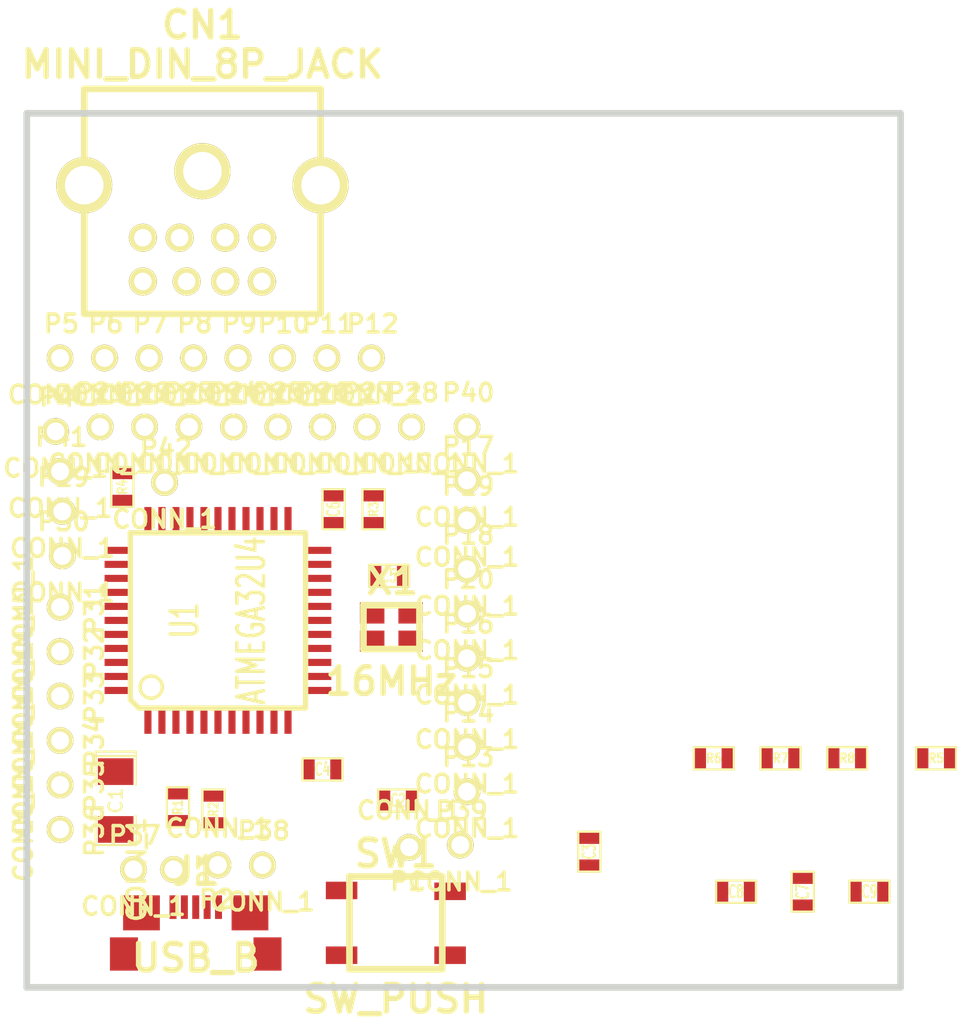
<source format=kicad_pcb>
(kicad_pcb (version 3) (host pcbnew "(2012-nov-02)-testing")

  (general
    (links 91)
    (no_connects 91)
    (area 59.626499 124.269499 109.918501 174.561501)
    (thickness 1.6002)
    (drawings 4)
    (tracks 0)
    (zones 0)
    (modules 64)
    (nets 46)
  )

  (page A4)
  (title_block 
    (title "Keyboard Converter")
    (rev 1)
  )

  (layers
    (15 Front signal)
    (0 Back signal)
    (16 B.Adhes user)
    (17 F.Adhes user)
    (18 B.Paste user)
    (19 F.Paste user)
    (20 B.SilkS user)
    (21 F.SilkS user)
    (22 B.Mask user)
    (23 F.Mask user)
    (24 Dwgs.User user)
    (25 Cmts.User user)
    (26 Eco1.User user)
    (27 Eco2.User user)
    (28 Edge.Cuts user)
  )

  (setup
    (last_trace_width 0.2032)
    (trace_clearance 0.254)
    (zone_clearance 0.508)
    (zone_45_only no)
    (trace_min 0.2032)
    (segment_width 0.381)
    (edge_width 0.381)
    (via_size 0.889)
    (via_drill 0.635)
    (via_min_size 0.889)
    (via_min_drill 0.508)
    (uvia_size 0.508)
    (uvia_drill 0.127)
    (uvias_allowed no)
    (uvia_min_size 0.508)
    (uvia_min_drill 0.127)
    (pcb_text_width 0.3048)
    (pcb_text_size 1.524 2.032)
    (mod_edge_width 0.381)
    (mod_text_size 1.524 1.524)
    (mod_text_width 0.3048)
    (pad_size 1.524 0.4064)
    (pad_drill 0)
    (pad_to_mask_clearance 0.254)
    (aux_axis_origin 0 0)
    (visible_elements FFFF7FFD)
    (pcbplotparams
      (layerselection 3178497)
      (usegerberextensions true)
      (excludeedgelayer true)
      (linewidth 60)
      (plotframeref false)
      (viasonmask false)
      (mode 1)
      (useauxorigin false)
      (hpglpennumber 1)
      (hpglpenspeed 20)
      (hpglpendiameter 15)
      (hpglpenoverlay 0)
      (psnegative false)
      (psa4output false)
      (plotreference true)
      (plotvalue true)
      (plotothertext true)
      (plotinvisibletext false)
      (padsonsilk false)
      (subtractmaskfromsilk false)
      (outputformat 1)
      (mirror false)
      (drillshape 1)
      (scaleselection 1)
      (outputdirectory ""))
  )

  (net 0 "")
  (net 1 +5V)
  (net 2 /AREF)
  (net 3 /D+)
  (net 4 /D-)
  (net 5 /DIN1)
  (net 6 /DIN2)
  (net 7 /DIN3)
  (net 8 /DIN4)
  (net 9 /DIN5)
  (net 10 /DIN6)
  (net 11 /DIN7)
  (net 12 /DIN8)
  (net 13 /PB0)
  (net 14 /PB1)
  (net 15 /PB2)
  (net 16 /PB3)
  (net 17 /PB4)
  (net 18 /PB5)
  (net 19 /PB6)
  (net 20 /PB7)
  (net 21 /PC6)
  (net 22 /PC7)
  (net 23 /PD0)
  (net 24 /PD1)
  (net 25 /PD2)
  (net 26 /PD3)
  (net 27 /PD4)
  (net 28 /PD5)
  (net 29 /PD6)
  (net 30 /PD7)
  (net 31 /PE6)
  (net 32 /PF0)
  (net 33 /PF1)
  (net 34 /PF4)
  (net 35 /PF5)
  (net 36 /PF6)
  (net 37 /PF7)
  (net 38 /~RESET)
  (net 39 GND)
  (net 40 N-0000027)
  (net 41 N-0000028)
  (net 42 N-0000029)
  (net 43 N-0000035)
  (net 44 N-0000039)
  (net 45 N-0000040)

  (net_class Default "This is the default net class."
    (clearance 0.254)
    (trace_width 0.2032)
    (via_dia 0.889)
    (via_drill 0.635)
    (uvia_dia 0.508)
    (uvia_drill 0.127)
    (add_net "")
    (add_net +5V)
    (add_net /AREF)
    (add_net /D+)
    (add_net /D-)
    (add_net /DIN1)
    (add_net /DIN2)
    (add_net /DIN3)
    (add_net /DIN4)
    (add_net /DIN5)
    (add_net /DIN6)
    (add_net /DIN7)
    (add_net /DIN8)
    (add_net /PB0)
    (add_net /PB1)
    (add_net /PB2)
    (add_net /PB3)
    (add_net /PB4)
    (add_net /PB5)
    (add_net /PB6)
    (add_net /PB7)
    (add_net /PC6)
    (add_net /PC7)
    (add_net /PD0)
    (add_net /PD1)
    (add_net /PD2)
    (add_net /PD3)
    (add_net /PD4)
    (add_net /PD5)
    (add_net /PD6)
    (add_net /PD7)
    (add_net /PE6)
    (add_net /PF0)
    (add_net /PF1)
    (add_net /PF4)
    (add_net /PF5)
    (add_net /PF6)
    (add_net /PF7)
    (add_net /~RESET)
    (add_net GND)
    (add_net N-0000027)
    (add_net N-0000028)
    (add_net N-0000029)
    (add_net N-0000035)
    (add_net N-0000039)
    (add_net N-0000040)
  )

  (net_class 25tho ""
    (clearance 0.381)
    (trace_width 0.635)
    (via_dia 0.889)
    (via_drill 0.635)
    (uvia_dia 0.508)
    (uvia_drill 0.127)
  )

  (net_class 50tho ""
    (clearance 0.381)
    (trace_width 1.27)
    (via_dia 0.889)
    (via_drill 0.635)
    (uvia_dia 0.508)
    (uvia_drill 0.127)
  )

  (module SM0603_Capa (layer Front) (tedit 455C3716) (tstamp 4ECB4696)
    (at 77.343 147.066 90)
    (path /4EB8BB4C)
    (attr smd)
    (fp_text reference C6 (at 0 0 90) (layer F.SilkS)
      (effects (font (size 0.7112 0.4572) (thickness 0.1143)))
    )
    (fp_text value 0.1u (at 0 0 90) (layer F.SilkS) hide
      (effects (font (size 0.7112 0.4572) (thickness 0.1143)))
    )
    (fp_line (start -1.143 -0.635) (end 1.143 -0.635) (layer F.SilkS) (width 0.127))
    (fp_line (start 1.143 -0.635) (end 1.143 0.635) (layer F.SilkS) (width 0.127))
    (fp_line (start 1.143 0.635) (end -1.143 0.635) (layer F.SilkS) (width 0.127))
    (fp_line (start -1.143 0.635) (end -1.143 -0.635) (layer F.SilkS) (width 0.127))
    (pad 1 smd rect (at -0.762 0 90) (size 0.635 1.143)
      (layers Front F.Paste F.Mask)
      (net 38 /~RESET)
    )
    (pad 2 smd rect (at 0.762 0 90) (size 0.635 1.143)
      (layers Front F.Paste F.Mask)
      (net 39 GND)
    )
    (model smd\capacitors\C0603.wrl
      (at (xyz 0 0 0.001))
      (scale (xyz 0.5 0.5 0.5))
      (rotate (xyz 0 0 0))
    )
  )

  (module SM0603_Capa (layer Front) (tedit 455C3716) (tstamp 4ECB4698)
    (at 80.518 150.876)
    (path /4EB8BB58)
    (attr smd)
    (fp_text reference C5 (at 0 0) (layer F.SilkS)
      (effects (font (size 0.7112 0.4572) (thickness 0.1143)))
    )
    (fp_text value 22p (at 0 0) (layer F.SilkS) hide
      (effects (font (size 0.7112 0.4572) (thickness 0.1143)))
    )
    (fp_line (start -1.143 -0.635) (end 1.143 -0.635) (layer F.SilkS) (width 0.127))
    (fp_line (start 1.143 -0.635) (end 1.143 0.635) (layer F.SilkS) (width 0.127))
    (fp_line (start 1.143 0.635) (end -1.143 0.635) (layer F.SilkS) (width 0.127))
    (fp_line (start -1.143 0.635) (end -1.143 -0.635) (layer F.SilkS) (width 0.127))
    (pad 1 smd rect (at -0.762 0) (size 0.635 1.143)
      (layers Front F.Paste F.Mask)
      (net 44 N-0000039)
    )
    (pad 2 smd rect (at 0.762 0) (size 0.635 1.143)
      (layers Front F.Paste F.Mask)
      (net 39 GND)
    )
    (model smd\capacitors\C0603.wrl
      (at (xyz 0 0 0.001))
      (scale (xyz 0.5 0.5 0.5))
      (rotate (xyz 0 0 0))
    )
  )

  (module SM0603_Capa (layer Front) (tedit 455C3716) (tstamp 4ECB469A)
    (at 76.708 161.925)
    (path /4EB8BB59)
    (attr smd)
    (fp_text reference C4 (at 0 0) (layer F.SilkS)
      (effects (font (size 0.7112 0.4572) (thickness 0.1143)))
    )
    (fp_text value 22p (at 0 0) (layer F.SilkS) hide
      (effects (font (size 0.7112 0.4572) (thickness 0.1143)))
    )
    (fp_line (start -1.143 -0.635) (end 1.143 -0.635) (layer F.SilkS) (width 0.127))
    (fp_line (start 1.143 -0.635) (end 1.143 0.635) (layer F.SilkS) (width 0.127))
    (fp_line (start 1.143 0.635) (end -1.143 0.635) (layer F.SilkS) (width 0.127))
    (fp_line (start -1.143 0.635) (end -1.143 -0.635) (layer F.SilkS) (width 0.127))
    (pad 1 smd rect (at -0.762 0) (size 0.635 1.143)
      (layers Front F.Paste F.Mask)
      (net 45 N-0000040)
    )
    (pad 2 smd rect (at 0.762 0) (size 0.635 1.143)
      (layers Front F.Paste F.Mask)
      (net 39 GND)
    )
    (model smd\capacitors\C0603.wrl
      (at (xyz 0 0 0.001))
      (scale (xyz 0.5 0.5 0.5))
      (rotate (xyz 0 0 0))
    )
  )

  (module SM0603_Capa (layer Front) (tedit 455C3716) (tstamp 4ECB469C)
    (at 107.95 168.91 180)
    (path /4EB8BB63)
    (attr smd)
    (fp_text reference C9 (at 0 0 180) (layer F.SilkS)
      (effects (font (size 0.7112 0.4572) (thickness 0.1143)))
    )
    (fp_text value 0.1u (at 0 0 180) (layer F.SilkS) hide
      (effects (font (size 0.7112 0.4572) (thickness 0.1143)))
    )
    (fp_line (start -1.143 -0.635) (end 1.143 -0.635) (layer F.SilkS) (width 0.127))
    (fp_line (start 1.143 -0.635) (end 1.143 0.635) (layer F.SilkS) (width 0.127))
    (fp_line (start 1.143 0.635) (end -1.143 0.635) (layer F.SilkS) (width 0.127))
    (fp_line (start -1.143 0.635) (end -1.143 -0.635) (layer F.SilkS) (width 0.127))
    (pad 1 smd rect (at -0.762 0 180) (size 0.635 1.143)
      (layers Front F.Paste F.Mask)
      (net 1 +5V)
    )
    (pad 2 smd rect (at 0.762 0 180) (size 0.635 1.143)
      (layers Front F.Paste F.Mask)
      (net 39 GND)
    )
    (model smd\capacitors\C0603.wrl
      (at (xyz 0 0 0.001))
      (scale (xyz 0.5 0.5 0.5))
      (rotate (xyz 0 0 0))
    )
  )

  (module SM0603_Capa (layer Front) (tedit 455C3716) (tstamp 4ECB469E)
    (at 104.14 168.91 90)
    (path /4EB8BB65)
    (attr smd)
    (fp_text reference C7 (at 0 0 90) (layer F.SilkS)
      (effects (font (size 0.7112 0.4572) (thickness 0.1143)))
    )
    (fp_text value 0.1u (at 0 0 90) (layer F.SilkS) hide
      (effects (font (size 0.7112 0.4572) (thickness 0.1143)))
    )
    (fp_line (start -1.143 -0.635) (end 1.143 -0.635) (layer F.SilkS) (width 0.127))
    (fp_line (start 1.143 -0.635) (end 1.143 0.635) (layer F.SilkS) (width 0.127))
    (fp_line (start 1.143 0.635) (end -1.143 0.635) (layer F.SilkS) (width 0.127))
    (fp_line (start -1.143 0.635) (end -1.143 -0.635) (layer F.SilkS) (width 0.127))
    (pad 1 smd rect (at -0.762 0 90) (size 0.635 1.143)
      (layers Front F.Paste F.Mask)
      (net 1 +5V)
    )
    (pad 2 smd rect (at 0.762 0 90) (size 0.635 1.143)
      (layers Front F.Paste F.Mask)
      (net 39 GND)
    )
    (model smd\capacitors\C0603.wrl
      (at (xyz 0 0 0.001))
      (scale (xyz 0.5 0.5 0.5))
      (rotate (xyz 0 0 0))
    )
  )

  (module SM0603_Capa (layer Front) (tedit 455C3716) (tstamp 4EE0CB86)
    (at 100.33 168.91)
    (path /4EB8BB64)
    (attr smd)
    (fp_text reference C8 (at 0 0) (layer F.SilkS)
      (effects (font (size 0.7112 0.4572) (thickness 0.1143)))
    )
    (fp_text value 0.1u (at 0 0) (layer F.SilkS) hide
      (effects (font (size 0.7112 0.4572) (thickness 0.1143)))
    )
    (fp_line (start -1.143 -0.635) (end 1.143 -0.635) (layer F.SilkS) (width 0.127))
    (fp_line (start 1.143 -0.635) (end 1.143 0.635) (layer F.SilkS) (width 0.127))
    (fp_line (start 1.143 0.635) (end -1.143 0.635) (layer F.SilkS) (width 0.127))
    (fp_line (start -1.143 0.635) (end -1.143 -0.635) (layer F.SilkS) (width 0.127))
    (pad 1 smd rect (at -0.762 0) (size 0.635 1.143)
      (layers Front F.Paste F.Mask)
      (net 1 +5V)
    )
    (pad 2 smd rect (at 0.762 0) (size 0.635 1.143)
      (layers Front F.Paste F.Mask)
      (net 39 GND)
    )
    (model smd\capacitors\C0603.wrl
      (at (xyz 0 0 0.001))
      (scale (xyz 0.5 0.5 0.5))
      (rotate (xyz 0 0 0))
    )
  )

  (module SM0603_Capa (layer Front) (tedit 455C3716) (tstamp 4ECB46A2)
    (at 81.026 163.703 180)
    (path /4EB8BB67)
    (attr smd)
    (fp_text reference C2 (at 0 0 180) (layer F.SilkS)
      (effects (font (size 0.7112 0.4572) (thickness 0.1143)))
    )
    (fp_text value 1u (at 0 0 180) (layer F.SilkS) hide
      (effects (font (size 0.7112 0.4572) (thickness 0.1143)))
    )
    (fp_line (start -1.143 -0.635) (end 1.143 -0.635) (layer F.SilkS) (width 0.127))
    (fp_line (start 1.143 -0.635) (end 1.143 0.635) (layer F.SilkS) (width 0.127))
    (fp_line (start 1.143 0.635) (end -1.143 0.635) (layer F.SilkS) (width 0.127))
    (fp_line (start -1.143 0.635) (end -1.143 -0.635) (layer F.SilkS) (width 0.127))
    (pad 1 smd rect (at -0.762 0 180) (size 0.635 1.143)
      (layers Front F.Paste F.Mask)
      (net 43 N-0000035)
    )
    (pad 2 smd rect (at 0.762 0 180) (size 0.635 1.143)
      (layers Front F.Paste F.Mask)
      (net 39 GND)
    )
    (model smd\capacitors\C0603.wrl
      (at (xyz 0 0 0.001))
      (scale (xyz 0.5 0.5 0.5))
      (rotate (xyz 0 0 0))
    )
  )

  (module SM0603_Capa (layer Front) (tedit 455C3716) (tstamp 4ECB46A4)
    (at 91.948 166.624 90)
    (path /4EB8BB57)
    (attr smd)
    (fp_text reference C3 (at 0 0 90) (layer F.SilkS)
      (effects (font (size 0.7112 0.4572) (thickness 0.1143)))
    )
    (fp_text value 0.1u (at 0 0 90) (layer F.SilkS) hide
      (effects (font (size 0.7112 0.4572) (thickness 0.1143)))
    )
    (fp_line (start -1.143 -0.635) (end 1.143 -0.635) (layer F.SilkS) (width 0.127))
    (fp_line (start 1.143 -0.635) (end 1.143 0.635) (layer F.SilkS) (width 0.127))
    (fp_line (start 1.143 0.635) (end -1.143 0.635) (layer F.SilkS) (width 0.127))
    (fp_line (start -1.143 0.635) (end -1.143 -0.635) (layer F.SilkS) (width 0.127))
    (pad 1 smd rect (at -0.762 0 90) (size 0.635 1.143)
      (layers Front F.Paste F.Mask)
      (net 1 +5V)
    )
    (pad 2 smd rect (at 0.762 0 90) (size 0.635 1.143)
      (layers Front F.Paste F.Mask)
      (net 39 GND)
    )
    (model smd\capacitors\C0603.wrl
      (at (xyz 0 0 0.001))
      (scale (xyz 0.5 0.5 0.5))
      (rotate (xyz 0 0 0))
    )
  )

  (module SM1206POL (layer Front) (tedit 42806E4C) (tstamp 4ECB46B0)
    (at 64.897 163.703 270)
    (path /4EB8BB66)
    (attr smd)
    (fp_text reference C1 (at 0 0 270) (layer F.SilkS)
      (effects (font (size 0.762 0.762) (thickness 0.127)))
    )
    (fp_text value 10u (at 0 0 270) (layer F.SilkS) hide
      (effects (font (size 0.762 0.762) (thickness 0.127)))
    )
    (fp_line (start -2.54 -1.143) (end -2.794 -1.143) (layer F.SilkS) (width 0.127))
    (fp_line (start -2.794 -1.143) (end -2.794 1.143) (layer F.SilkS) (width 0.127))
    (fp_line (start -2.794 1.143) (end -2.54 1.143) (layer F.SilkS) (width 0.127))
    (fp_line (start -2.54 -1.143) (end -2.54 1.143) (layer F.SilkS) (width 0.127))
    (fp_line (start -2.54 1.143) (end -0.889 1.143) (layer F.SilkS) (width 0.127))
    (fp_line (start 0.889 -1.143) (end 2.54 -1.143) (layer F.SilkS) (width 0.127))
    (fp_line (start 2.54 -1.143) (end 2.54 1.143) (layer F.SilkS) (width 0.127))
    (fp_line (start 2.54 1.143) (end 0.889 1.143) (layer F.SilkS) (width 0.127))
    (fp_line (start -0.889 -1.143) (end -2.54 -1.143) (layer F.SilkS) (width 0.127))
    (pad 1 smd rect (at -1.651 0 270) (size 1.524 2.032)
      (layers Front F.Paste F.Mask)
      (net 1 +5V)
    )
    (pad 2 smd rect (at 1.651 0 270) (size 1.524 2.032)
      (layers Front F.Paste F.Mask)
      (net 39 GND)
    )
    (model smd/chip_cms_pol.wrl
      (at (xyz 0 0 0))
      (scale (xyz 0.17 0.16 0.16))
      (rotate (xyz 0 0 0))
    )
  )

  (module TQFP44 (layer Front) (tedit 200000) (tstamp 4EE6246E)
    (at 70.739 153.416 90)
    (path /4EB8BB68)
    (attr smd)
    (fp_text reference U1 (at 0 -1.905 90) (layer F.SilkS)
      (effects (font (size 1.524 1.016) (thickness 0.2032)))
    )
    (fp_text value ATMEGA32U4 (at 0 1.905 90) (layer F.SilkS)
      (effects (font (size 1.524 1.016) (thickness 0.2032)))
    )
    (fp_line (start 5.0038 -5.0038) (end 5.0038 5.0038) (layer F.SilkS) (width 0.3048))
    (fp_line (start 5.0038 5.0038) (end -5.0038 5.0038) (layer F.SilkS) (width 0.3048))
    (fp_line (start -5.0038 -4.5212) (end -5.0038 5.0038) (layer F.SilkS) (width 0.3048))
    (fp_line (start -4.5212 -5.0038) (end 5.0038 -5.0038) (layer F.SilkS) (width 0.3048))
    (fp_line (start -5.0038 -4.5212) (end -4.5212 -5.0038) (layer F.SilkS) (width 0.3048))
    (fp_circle (center -3.81 -3.81) (end -3.81 -3.175) (layer F.SilkS) (width 0.2032))
    (pad 39 smd rect (at 0 -5.715 90) (size 0.4064 1.524)
      (layers Front F.Paste F.Mask)
      (net 34 /PF4)
    )
    (pad 40 smd rect (at -0.8001 -5.715 90) (size 0.4064 1.524)
      (layers Front F.Paste F.Mask)
      (net 33 /PF1)
    )
    (pad 41 smd rect (at -1.6002 -5.715 90) (size 0.4064 1.524)
      (layers Front F.Paste F.Mask)
      (net 32 /PF0)
    )
    (pad 42 smd rect (at -2.4003 -5.715 90) (size 0.4064 1.524)
      (layers Front F.Paste F.Mask)
      (net 2 /AREF)
    )
    (pad 43 smd rect (at -3.2004 -5.715 90) (size 0.4064 1.524)
      (layers Front F.Paste F.Mask)
      (net 39 GND)
    )
    (pad 44 smd rect (at -4.0005 -5.715 90) (size 0.4064 1.524)
      (layers Front F.Paste F.Mask)
      (net 1 +5V)
    )
    (pad 38 smd rect (at 0.8001 -5.715 90) (size 0.4064 1.524)
      (layers Front F.Paste F.Mask)
      (net 35 /PF5)
    )
    (pad 37 smd rect (at 1.6002 -5.715 90) (size 0.4064 1.524)
      (layers Front F.Paste F.Mask)
      (net 36 /PF6)
    )
    (pad 36 smd rect (at 2.4003 -5.715 90) (size 0.4064 1.524)
      (layers Front F.Paste F.Mask)
      (net 37 /PF7)
    )
    (pad 35 smd rect (at 3.2004 -5.715 90) (size 0.4064 1.524)
      (layers Front F.Paste F.Mask)
      (net 39 GND)
    )
    (pad 34 smd rect (at 4.0005 -5.715 90) (size 0.4064 1.524)
      (layers Front F.Paste F.Mask)
      (net 1 +5V)
    )
    (pad 17 smd rect (at 0 5.715 90) (size 0.4064 1.524)
      (layers Front F.Paste F.Mask)
      (net 44 N-0000039)
    )
    (pad 16 smd rect (at -0.8001 5.715 90) (size 0.4064 1.524)
      (layers Front F.Paste F.Mask)
      (net 45 N-0000040)
    )
    (pad 15 smd rect (at -1.6002 5.715 90) (size 0.4064 1.524)
      (layers Front F.Paste F.Mask)
      (net 39 GND)
    )
    (pad 14 smd rect (at -2.4003 5.715 90) (size 0.4064 1.524)
      (layers Front F.Paste F.Mask)
      (net 1 +5V)
    )
    (pad 13 smd rect (at -3.2004 5.715 90) (size 0.4064 1.524)
      (layers Front F.Paste F.Mask)
      (net 38 /~RESET)
    )
    (pad 12 smd rect (at -4.0005 5.715 90) (size 0.4064 1.524)
      (layers Front F.Paste F.Mask)
      (net 20 /PB7)
    )
    (pad 18 smd rect (at 0.8001 5.715 90) (size 0.4064 1.524)
      (layers Front F.Paste F.Mask)
      (net 23 /PD0)
    )
    (pad 19 smd rect (at 1.6002 5.715 90) (size 0.4064 1.524)
      (layers Front F.Paste F.Mask)
      (net 24 /PD1)
    )
    (pad 20 smd rect (at 2.4003 5.715 90) (size 0.4064 1.524)
      (layers Front F.Paste F.Mask)
      (net 25 /PD2)
    )
    (pad 21 smd rect (at 3.2004 5.715 90) (size 0.4064 1.524)
      (layers Front F.Paste F.Mask)
      (net 26 /PD3)
    )
    (pad 22 smd rect (at 4.0005 5.715 90) (size 0.4064 1.524)
      (layers Front F.Paste F.Mask)
      (net 28 /PD5)
    )
    (pad 6 smd rect (at -5.715 0 90) (size 1.524 0.4064)
      (layers Front F.Paste F.Mask)
      (net 43 N-0000035)
    )
    (pad 28 smd rect (at 5.715 0 90) (size 1.524 0.4064)
      (layers Front F.Paste F.Mask)
      (net 17 /PB4)
    )
    (pad 7 smd rect (at -5.715 0.8001 90) (size 1.524 0.4064)
      (layers Front F.Paste F.Mask)
      (net 1 +5V)
    )
    (pad 27 smd rect (at 5.715 0.8001 90) (size 1.524 0.4064)
      (layers Front F.Paste F.Mask)
      (net 30 /PD7)
    )
    (pad 26 smd rect (at 5.715 1.6002 90) (size 1.524 0.4064)
      (layers Front F.Paste F.Mask)
      (net 29 /PD6)
    )
    (pad 8 smd rect (at -5.715 1.6002 90) (size 1.524 0.4064)
      (layers Front F.Paste F.Mask)
      (net 13 /PB0)
    )
    (pad 9 smd rect (at -5.715 2.4003 90) (size 1.524 0.4064)
      (layers Front F.Paste F.Mask)
      (net 14 /PB1)
    )
    (pad 25 smd rect (at 5.715 2.4003 90) (size 1.524 0.4064)
      (layers Front F.Paste F.Mask)
      (net 27 /PD4)
    )
    (pad 24 smd rect (at 5.715 3.2004 90) (size 1.524 0.4064)
      (layers Front F.Paste F.Mask)
      (net 1 +5V)
    )
    (pad 10 smd rect (at -5.715 3.2004 90) (size 1.524 0.4064)
      (layers Front F.Paste F.Mask)
      (net 15 /PB2)
    )
    (pad 11 smd rect (at -5.715 4.0005 90) (size 1.524 0.4064)
      (layers Front F.Paste F.Mask)
      (net 16 /PB3)
    )
    (pad 23 smd rect (at 5.715 4.0005 90) (size 1.524 0.4064)
      (layers Front F.Paste F.Mask)
      (net 39 GND)
    )
    (pad 29 smd rect (at 5.715 -0.8001 90) (size 1.524 0.4064)
      (layers Front F.Paste F.Mask)
      (net 18 /PB5)
    )
    (pad 5 smd rect (at -5.715 -0.8001 90) (size 1.524 0.4064)
      (layers Front F.Paste F.Mask)
      (net 39 GND)
    )
    (pad 4 smd rect (at -5.715 -1.6002 90) (size 1.524 0.4064)
      (layers Front F.Paste F.Mask)
      (net 40 N-0000027)
    )
    (pad 30 smd rect (at 5.715 -1.6002 90) (size 1.524 0.4064)
      (layers Front F.Paste F.Mask)
      (net 19 /PB6)
    )
    (pad 31 smd rect (at 5.715 -2.4003 90) (size 1.524 0.4064)
      (layers Front F.Paste F.Mask)
      (net 21 /PC6)
    )
    (pad 3 smd rect (at -5.715 -2.4003 90) (size 1.524 0.4064)
      (layers Front F.Paste F.Mask)
      (net 41 N-0000028)
    )
    (pad 2 smd rect (at -5.715 -3.2004 90) (size 1.524 0.4064)
      (layers Front F.Paste F.Mask)
      (net 1 +5V)
    )
    (pad 32 smd rect (at 5.715 -3.2004 90) (size 1.524 0.4064)
      (layers Front F.Paste F.Mask)
      (net 22 /PC7)
    )
    (pad 33 smd rect (at 5.715 -4.0005 90) (size 1.524 0.4064)
      (layers Front F.Paste F.Mask)
      (net 42 N-0000029)
    )
    (pad 1 smd rect (at -5.715 -4.0005 90) (size 1.524 0.4064)
      (layers Front F.Paste F.Mask)
      (net 31 /PE6)
    )
  )

  (module SW_TACT_AKZ (layer Front) (tedit 4ECF3E8F) (tstamp 4EE4BDFA)
    (at 80.899 170.688)
    (path /4EB8BB5F)
    (fp_text reference SW1 (at 0 -3.9497) (layer F.SilkS)
      (effects (font (size 1.524 1.524) (thickness 0.3048)))
    )
    (fp_text value SW_PUSH (at 0 4.35102) (layer F.SilkS)
      (effects (font (size 1.524 1.524) (thickness 0.3048)))
    )
    (fp_line (start -2.64922 -2.64922) (end -2.64922 2.64922) (layer F.SilkS) (width 0.381))
    (fp_line (start -2.64922 2.64922) (end 2.65176 2.64922) (layer F.SilkS) (width 0.381))
    (fp_line (start 2.65176 2.64922) (end 2.65176 -2.64922) (layer F.SilkS) (width 0.381))
    (fp_line (start 2.65176 -2.64922) (end -2.64922 -2.64922) (layer F.SilkS) (width 0.381))
    (pad 1 smd rect (at -3.0988 -1.84912) (size 1.80086 1.00076)
      (layers Front F.Paste F.Mask)
      (net 39 GND)
    )
    (pad 2 smd rect (at 3.0988 -1.80086) (size 1.80086 1.00076)
      (layers Front F.Paste F.Mask)
      (net 38 /~RESET)
    )
    (pad 3 smd rect (at -3.0988 1.84912) (size 1.80086 1.00076)
      (layers Front F.Paste F.Mask)
    )
    (pad 4 smd rect (at 3.0988 1.84912) (size 1.80086 1.00076)
      (layers Front F.Paste F.Mask)
    )
  )

  (module FA-238 (layer Front) (tedit 4ED50FC3) (tstamp 4ED2595E)
    (at 80.645 153.797)
    (path /4EB8BB56)
    (fp_text reference X1 (at 0.0508 -2.64922) (layer F.SilkS)
      (effects (font (size 1.524 1.524) (thickness 0.3048)))
    )
    (fp_text value 16MHz (at 0 3.0988) (layer F.SilkS)
      (effects (font (size 1.524 1.524) (thickness 0.3048)))
    )
    (fp_line (start -1.59766 -1.24968) (end 1.60274 -1.24968) (layer F.SilkS) (width 0.381))
    (fp_line (start 1.60274 -1.24968) (end 1.60274 1.25222) (layer F.SilkS) (width 0.381))
    (fp_line (start 1.60274 1.25222) (end -1.59766 1.25222) (layer F.SilkS) (width 0.381))
    (fp_line (start -1.59766 1.25222) (end -1.59766 -1.24968) (layer F.SilkS) (width 0.381))
    (pad 4 smd rect (at -1.09982 -0.8001) (size 1.39954 1.19888)
      (layers Front F.Paste F.Mask)
    )
    (pad 2 smd rect (at 1.09982 -0.8001) (size 1.39954 1.19888)
      (layers Front F.Paste F.Mask)
      (net 44 N-0000039)
    )
    (pad 1 smd rect (at -1.09982 0.8001) (size 1.39954 1.19888)
      (layers Front F.Paste F.Mask)
      (net 45 N-0000040)
    )
    (pad 3 smd rect (at 1.09982 0.8001) (size 1.39954 1.19888)
      (layers Front F.Paste F.Mask)
    )
  )

  (module PIN_1 (layer Front) (tedit 4ED70971) (tstamp 4EE0CBF4)
    (at 71.882 138.43)
    (descr "Double rangee de contacts 2 x 8 pins")
    (tags CONN)
    (path /517F6147)
    (fp_text reference P9 (at 0.0762 -1.95072) (layer F.SilkS)
      (effects (font (size 1.016 1.016) (thickness 0.2032)))
    )
    (fp_text value CONN_1 (at 0 2.10058) (layer F.SilkS)
      (effects (font (size 1.016 1.016) (thickness 0.2032)))
    )
    (pad 1 thru_hole circle (at 0 0) (size 1.524 1.524) (drill 1.016)
      (layers *.Cu *.Mask F.SilkS)
      (net 9 /DIN5)
    )
    (model pin_array/pins_array_8x2.wrl
      (at (xyz 0 0 0))
      (scale (xyz 1 1 1))
      (rotate (xyz 0 0 0))
    )
  )

  (module PIN_1 (layer Front) (tedit 4ED70971) (tstamp 4EDD5C9A)
    (at 69.342 138.43)
    (descr "Double rangee de contacts 2 x 8 pins")
    (tags CONN)
    (path /517F6141)
    (fp_text reference P8 (at 0.0762 -1.95072) (layer F.SilkS)
      (effects (font (size 1.016 1.016) (thickness 0.2032)))
    )
    (fp_text value CONN_1 (at 0 2.10058) (layer F.SilkS)
      (effects (font (size 1.016 1.016) (thickness 0.2032)))
    )
    (pad 1 thru_hole circle (at 0 0) (size 1.524 1.524) (drill 1.016)
      (layers *.Cu *.Mask F.SilkS)
      (net 8 /DIN4)
    )
    (model pin_array/pins_array_8x2.wrl
      (at (xyz 0 0 0))
      (scale (xyz 1 1 1))
      (rotate (xyz 0 0 0))
    )
  )

  (module USB_microB (layer Front) (tedit 4ED72797) (tstamp 4EDD5DE6)
    (at 69.469 172.466)
    (descr "USB miniB hirose UX60A_MB_5ST")
    (tags "USB miniB hirose")
    (path /4ECD2184)
    (fp_text reference J1 (at 0 -4.7244) (layer F.SilkS)
      (effects (font (size 1.524 1.524) (thickness 0.3048)))
    )
    (fp_text value USB_B (at 0 0.22606) (layer F.SilkS)
      (effects (font (size 1.524 1.524) (thickness 0.3048)))
    )
    (pad 1 smd rect (at -1.29794 -2.67462) (size 0.39878 1.34874)
      (layers Front F.Paste F.Mask)
      (net 1 +5V)
    )
    (pad 6 smd rect (at -3.0988 -2.3495) (size 2.10058 1.99898)
      (layers Front F.Paste F.Mask)
    )
    (pad 7 smd rect (at 3.0988 -2.3495) (size 2.10058 1.99898)
      (layers Front F.Paste F.Mask)
    )
    (pad 8 smd rect (at -4.09956 0) (size 1.6002 1.89992)
      (layers Front F.Paste F.Mask)
    )
    (pad 9 smd rect (at 4.09956 0) (size 1.6002 1.89992)
      (layers Front F.Paste F.Mask)
    )
    (pad 2 smd rect (at -0.65024 -2.67462) (size 0.39878 1.34874)
      (layers Front F.Paste F.Mask)
      (net 4 /D-)
    )
    (pad 3 smd rect (at 0 -2.67462) (size 0.39878 1.34874)
      (layers Front F.Paste F.Mask)
      (net 3 /D+)
    )
    (pad 4 smd rect (at 0.65024 -2.67462) (size 0.39878 1.34874)
      (layers Front F.Paste F.Mask)
    )
    (pad 5 smd rect (at 1.30048 -2.67462) (size 0.39878 1.34874)
      (layers Front F.Paste F.Mask)
      (net 39 GND)
    )
  )

  (module PIN_1 (layer Front) (tedit 4ED70971) (tstamp 4EE625DA)
    (at 66.802 138.43)
    (descr "Double rangee de contacts 2 x 8 pins")
    (tags CONN)
    (path /517F613B)
    (fp_text reference P7 (at 0.0762 -1.95072) (layer F.SilkS)
      (effects (font (size 1.016 1.016) (thickness 0.2032)))
    )
    (fp_text value CONN_1 (at 0 2.10058) (layer F.SilkS)
      (effects (font (size 1.016 1.016) (thickness 0.2032)))
    )
    (pad 1 thru_hole circle (at 0 0) (size 1.524 1.524) (drill 1.016)
      (layers *.Cu *.Mask F.SilkS)
      (net 7 /DIN3)
    )
    (model pin_array/pins_array_8x2.wrl
      (at (xyz 0 0 0))
      (scale (xyz 1 1 1))
      (rotate (xyz 0 0 0))
    )
  )

  (module PIN_1 (layer Front) (tedit 4ED70971) (tstamp 4EE625DC)
    (at 64.262 138.43)
    (descr "Double rangee de contacts 2 x 8 pins")
    (tags CONN)
    (path /517F612E)
    (fp_text reference P6 (at 0.0762 -1.95072) (layer F.SilkS)
      (effects (font (size 1.016 1.016) (thickness 0.2032)))
    )
    (fp_text value CONN_1 (at 0 2.10058) (layer F.SilkS)
      (effects (font (size 1.016 1.016) (thickness 0.2032)))
    )
    (pad 1 thru_hole circle (at 0 0) (size 1.524 1.524) (drill 1.016)
      (layers *.Cu *.Mask F.SilkS)
      (net 6 /DIN2)
    )
    (model pin_array/pins_array_8x2.wrl
      (at (xyz 0 0 0))
      (scale (xyz 1 1 1))
      (rotate (xyz 0 0 0))
    )
  )

  (module PIN_1 (layer Front) (tedit 4ED70971) (tstamp 4EE625DE)
    (at 61.722 138.43)
    (descr "Double rangee de contacts 2 x 8 pins")
    (tags CONN)
    (path /517F6118)
    (fp_text reference P5 (at 0.0762 -1.95072) (layer F.SilkS)
      (effects (font (size 1.016 1.016) (thickness 0.2032)))
    )
    (fp_text value CONN_1 (at 0 2.10058) (layer F.SilkS)
      (effects (font (size 1.016 1.016) (thickness 0.2032)))
    )
    (pad 1 thru_hole circle (at 0 0) (size 1.524 1.524) (drill 1.016)
      (layers *.Cu *.Mask F.SilkS)
      (net 5 /DIN1)
    )
    (model pin_array/pins_array_8x2.wrl
      (at (xyz 0 0 0))
      (scale (xyz 1 1 1))
      (rotate (xyz 0 0 0))
    )
  )

  (module SM0603 (layer Front) (tedit 4E43A3D1) (tstamp 51812B98)
    (at 111.76 161.29)
    (path /517F6E00)
    (attr smd)
    (fp_text reference R5 (at 0 0) (layer F.SilkS)
      (effects (font (size 0.508 0.4572) (thickness 0.1143)))
    )
    (fp_text value 1K (at 0 0) (layer F.SilkS) hide
      (effects (font (size 0.508 0.4572) (thickness 0.1143)))
    )
    (fp_line (start -1.143 -0.635) (end 1.143 -0.635) (layer F.SilkS) (width 0.127))
    (fp_line (start 1.143 -0.635) (end 1.143 0.635) (layer F.SilkS) (width 0.127))
    (fp_line (start 1.143 0.635) (end -1.143 0.635) (layer F.SilkS) (width 0.127))
    (fp_line (start -1.143 0.635) (end -1.143 -0.635) (layer F.SilkS) (width 0.127))
    (pad 1 smd rect (at -0.762 0) (size 0.635 1.143)
      (layers Front F.Paste F.Mask)
      (net 1 +5V)
    )
    (pad 2 smd rect (at 0.762 0) (size 0.635 1.143)
      (layers Front F.Paste F.Mask)
      (net 23 /PD0)
    )
    (model smd\resistors\R0603.wrl
      (at (xyz 0 0 0.001))
      (scale (xyz 0.5 0.5 0.5))
      (rotate (xyz 0 0 0))
    )
  )

  (module SM0603 (layer Front) (tedit 4E43A3D1) (tstamp 51812BA2)
    (at 106.68 161.29)
    (path /517F6DFA)
    (attr smd)
    (fp_text reference R8 (at 0 0) (layer F.SilkS)
      (effects (font (size 0.508 0.4572) (thickness 0.1143)))
    )
    (fp_text value 1K (at 0 0) (layer F.SilkS) hide
      (effects (font (size 0.508 0.4572) (thickness 0.1143)))
    )
    (fp_line (start -1.143 -0.635) (end 1.143 -0.635) (layer F.SilkS) (width 0.127))
    (fp_line (start 1.143 -0.635) (end 1.143 0.635) (layer F.SilkS) (width 0.127))
    (fp_line (start 1.143 0.635) (end -1.143 0.635) (layer F.SilkS) (width 0.127))
    (fp_line (start -1.143 0.635) (end -1.143 -0.635) (layer F.SilkS) (width 0.127))
    (pad 1 smd rect (at -0.762 0) (size 0.635 1.143)
      (layers Front F.Paste F.Mask)
      (net 1 +5V)
    )
    (pad 2 smd rect (at 0.762 0) (size 0.635 1.143)
      (layers Front F.Paste F.Mask)
      (net 26 /PD3)
    )
    (model smd\resistors\R0603.wrl
      (at (xyz 0 0 0.001))
      (scale (xyz 0.5 0.5 0.5))
      (rotate (xyz 0 0 0))
    )
  )

  (module SM0603 (layer Front) (tedit 4E43A3D1) (tstamp 51812BAC)
    (at 102.87 161.29)
    (path /517F6DF4)
    (attr smd)
    (fp_text reference R7 (at 0 0) (layer F.SilkS)
      (effects (font (size 0.508 0.4572) (thickness 0.1143)))
    )
    (fp_text value 1K (at 0 0) (layer F.SilkS) hide
      (effects (font (size 0.508 0.4572) (thickness 0.1143)))
    )
    (fp_line (start -1.143 -0.635) (end 1.143 -0.635) (layer F.SilkS) (width 0.127))
    (fp_line (start 1.143 -0.635) (end 1.143 0.635) (layer F.SilkS) (width 0.127))
    (fp_line (start 1.143 0.635) (end -1.143 0.635) (layer F.SilkS) (width 0.127))
    (fp_line (start -1.143 0.635) (end -1.143 -0.635) (layer F.SilkS) (width 0.127))
    (pad 1 smd rect (at -0.762 0) (size 0.635 1.143)
      (layers Front F.Paste F.Mask)
      (net 1 +5V)
    )
    (pad 2 smd rect (at 0.762 0) (size 0.635 1.143)
      (layers Front F.Paste F.Mask)
      (net 25 /PD2)
    )
    (model smd\resistors\R0603.wrl
      (at (xyz 0 0 0.001))
      (scale (xyz 0.5 0.5 0.5))
      (rotate (xyz 0 0 0))
    )
  )

  (module SM0603 (layer Front) (tedit 4E43A3D1) (tstamp 51812BB6)
    (at 99.06 161.29)
    (path /517F6DE2)
    (attr smd)
    (fp_text reference R6 (at 0 0) (layer F.SilkS)
      (effects (font (size 0.508 0.4572) (thickness 0.1143)))
    )
    (fp_text value 1K (at 0 0) (layer F.SilkS) hide
      (effects (font (size 0.508 0.4572) (thickness 0.1143)))
    )
    (fp_line (start -1.143 -0.635) (end 1.143 -0.635) (layer F.SilkS) (width 0.127))
    (fp_line (start 1.143 -0.635) (end 1.143 0.635) (layer F.SilkS) (width 0.127))
    (fp_line (start 1.143 0.635) (end -1.143 0.635) (layer F.SilkS) (width 0.127))
    (fp_line (start -1.143 0.635) (end -1.143 -0.635) (layer F.SilkS) (width 0.127))
    (pad 1 smd rect (at -0.762 0) (size 0.635 1.143)
      (layers Front F.Paste F.Mask)
      (net 1 +5V)
    )
    (pad 2 smd rect (at 0.762 0) (size 0.635 1.143)
      (layers Front F.Paste F.Mask)
      (net 24 /PD1)
    )
    (model smd\resistors\R0603.wrl
      (at (xyz 0 0 0.001))
      (scale (xyz 0.5 0.5 0.5))
      (rotate (xyz 0 0 0))
    )
  )

  (module PIN_1 (layer Front) (tedit 4ED70971) (tstamp 51812BBB)
    (at 61.722 155.194 270)
    (descr "Double rangee de contacts 2 x 8 pins")
    (tags CONN)
    (path /517F6230)
    (fp_text reference P32 (at 0.0762 -1.95072 270) (layer F.SilkS)
      (effects (font (size 1.016 1.016) (thickness 0.2032)))
    )
    (fp_text value CONN_1 (at 0 2.10058 270) (layer F.SilkS)
      (effects (font (size 1.016 1.016) (thickness 0.2032)))
    )
    (pad 1 thru_hole circle (at 0 0 270) (size 1.524 1.524) (drill 1.016)
      (layers *.Cu *.Mask F.SilkS)
      (net 36 /PF6)
    )
    (model pin_array/pins_array_8x2.wrl
      (at (xyz 0 0 0))
      (scale (xyz 1 1 1))
      (rotate (xyz 0 0 0))
    )
  )

  (module PIN_1 (layer Front) (tedit 4ED70971) (tstamp 51812BC0)
    (at 69.088 142.367)
    (descr "Double rangee de contacts 2 x 8 pins")
    (tags CONN)
    (path /517F61E8)
    (fp_text reference P23 (at 0.0762 -1.95072) (layer F.SilkS)
      (effects (font (size 1.016 1.016) (thickness 0.2032)))
    )
    (fp_text value CONN_1 (at 0 2.10058) (layer F.SilkS)
      (effects (font (size 1.016 1.016) (thickness 0.2032)))
    )
    (pad 1 thru_hole circle (at 0 0) (size 1.524 1.524) (drill 1.016)
      (layers *.Cu *.Mask F.SilkS)
      (net 25 /PD2)
    )
    (model pin_array/pins_array_8x2.wrl
      (at (xyz 0 0 0))
      (scale (xyz 1 1 1))
      (rotate (xyz 0 0 0))
    )
  )

  (module PIN_1 (layer Front) (tedit 4ED70971) (tstamp 51812BC5)
    (at 71.628 142.367)
    (descr "Double rangee de contacts 2 x 8 pins")
    (tags CONN)
    (path /517F61F0)
    (fp_text reference P24 (at 0.0762 -1.95072) (layer F.SilkS)
      (effects (font (size 1.016 1.016) (thickness 0.2032)))
    )
    (fp_text value CONN_1 (at 0 2.10058) (layer F.SilkS)
      (effects (font (size 1.016 1.016) (thickness 0.2032)))
    )
    (pad 1 thru_hole circle (at 0 0) (size 1.524 1.524) (drill 1.016)
      (layers *.Cu *.Mask F.SilkS)
      (net 26 /PD3)
    )
    (model pin_array/pins_array_8x2.wrl
      (at (xyz 0 0 0))
      (scale (xyz 1 1 1))
      (rotate (xyz 0 0 0))
    )
  )

  (module PIN_1 (layer Front) (tedit 4ED70971) (tstamp 51812BCA)
    (at 74.168 142.367)
    (descr "Double rangee de contacts 2 x 8 pins")
    (tags CONN)
    (path /517F61FF)
    (fp_text reference P25 (at 0.0762 -1.95072) (layer F.SilkS)
      (effects (font (size 1.016 1.016) (thickness 0.2032)))
    )
    (fp_text value CONN_1 (at 0 2.10058) (layer F.SilkS)
      (effects (font (size 1.016 1.016) (thickness 0.2032)))
    )
    (pad 1 thru_hole circle (at 0 0) (size 1.524 1.524) (drill 1.016)
      (layers *.Cu *.Mask F.SilkS)
      (net 27 /PD4)
    )
    (model pin_array/pins_array_8x2.wrl
      (at (xyz 0 0 0))
      (scale (xyz 1 1 1))
      (rotate (xyz 0 0 0))
    )
  )

  (module PIN_1 (layer Front) (tedit 4ED70971) (tstamp 51812BCF)
    (at 76.708 142.367)
    (descr "Double rangee de contacts 2 x 8 pins")
    (tags CONN)
    (path /517F620C)
    (fp_text reference P26 (at 0.0762 -1.95072) (layer F.SilkS)
      (effects (font (size 1.016 1.016) (thickness 0.2032)))
    )
    (fp_text value CONN_1 (at 0 2.10058) (layer F.SilkS)
      (effects (font (size 1.016 1.016) (thickness 0.2032)))
    )
    (pad 1 thru_hole circle (at 0 0) (size 1.524 1.524) (drill 1.016)
      (layers *.Cu *.Mask F.SilkS)
      (net 28 /PD5)
    )
    (model pin_array/pins_array_8x2.wrl
      (at (xyz 0 0 0))
      (scale (xyz 1 1 1))
      (rotate (xyz 0 0 0))
    )
  )

  (module PIN_1 (layer Front) (tedit 4ED70971) (tstamp 51812BD4)
    (at 79.248 142.367)
    (descr "Double rangee de contacts 2 x 8 pins")
    (tags CONN)
    (path /517F6212)
    (fp_text reference P27 (at 0.0762 -1.95072) (layer F.SilkS)
      (effects (font (size 1.016 1.016) (thickness 0.2032)))
    )
    (fp_text value CONN_1 (at 0 2.10058) (layer F.SilkS)
      (effects (font (size 1.016 1.016) (thickness 0.2032)))
    )
    (pad 1 thru_hole circle (at 0 0) (size 1.524 1.524) (drill 1.016)
      (layers *.Cu *.Mask F.SilkS)
      (net 29 /PD6)
    )
    (model pin_array/pins_array_8x2.wrl
      (at (xyz 0 0 0))
      (scale (xyz 1 1 1))
      (rotate (xyz 0 0 0))
    )
  )

  (module PIN_1 (layer Front) (tedit 4ED70971) (tstamp 51812BD9)
    (at 81.788 142.367)
    (descr "Double rangee de contacts 2 x 8 pins")
    (tags CONN)
    (path /517F6218)
    (fp_text reference P28 (at 0.0762 -1.95072) (layer F.SilkS)
      (effects (font (size 1.016 1.016) (thickness 0.2032)))
    )
    (fp_text value CONN_1 (at 0 2.10058) (layer F.SilkS)
      (effects (font (size 1.016 1.016) (thickness 0.2032)))
    )
    (pad 1 thru_hole circle (at 0 0) (size 1.524 1.524) (drill 1.016)
      (layers *.Cu *.Mask F.SilkS)
      (net 30 /PD7)
    )
    (model pin_array/pins_array_8x2.wrl
      (at (xyz 0 0 0))
      (scale (xyz 1 1 1))
      (rotate (xyz 0 0 0))
    )
  )

  (module PIN_1 (layer Front) (tedit 4ED70971) (tstamp 51812BDE)
    (at 61.849 147.193)
    (descr "Double rangee de contacts 2 x 8 pins")
    (tags CONN)
    (path /517F621E)
    (fp_text reference P29 (at 0.0762 -1.95072) (layer F.SilkS)
      (effects (font (size 1.016 1.016) (thickness 0.2032)))
    )
    (fp_text value CONN_1 (at 0 2.10058) (layer F.SilkS)
      (effects (font (size 1.016 1.016) (thickness 0.2032)))
    )
    (pad 1 thru_hole circle (at 0 0) (size 1.524 1.524) (drill 1.016)
      (layers *.Cu *.Mask F.SilkS)
      (net 21 /PC6)
    )
    (model pin_array/pins_array_8x2.wrl
      (at (xyz 0 0 0))
      (scale (xyz 1 1 1))
      (rotate (xyz 0 0 0))
    )
  )

  (module PIN_1 (layer Front) (tedit 4ED70971) (tstamp 51812BE3)
    (at 61.849 149.733)
    (descr "Double rangee de contacts 2 x 8 pins")
    (tags CONN)
    (path /517F6224)
    (fp_text reference P30 (at 0.0762 -1.95072) (layer F.SilkS)
      (effects (font (size 1.016 1.016) (thickness 0.2032)))
    )
    (fp_text value CONN_1 (at 0 2.10058) (layer F.SilkS)
      (effects (font (size 1.016 1.016) (thickness 0.2032)))
    )
    (pad 1 thru_hole circle (at 0 0) (size 1.524 1.524) (drill 1.016)
      (layers *.Cu *.Mask F.SilkS)
      (net 22 /PC7)
    )
    (model pin_array/pins_array_8x2.wrl
      (at (xyz 0 0 0))
      (scale (xyz 1 1 1))
      (rotate (xyz 0 0 0))
    )
  )

  (module PIN_1 (layer Front) (tedit 4ED70971) (tstamp 51812BE8)
    (at 61.722 152.654 270)
    (descr "Double rangee de contacts 2 x 8 pins")
    (tags CONN)
    (path /517F622A)
    (fp_text reference P31 (at 0.0762 -1.95072 270) (layer F.SilkS)
      (effects (font (size 1.016 1.016) (thickness 0.2032)))
    )
    (fp_text value CONN_1 (at 0 2.10058 270) (layer F.SilkS)
      (effects (font (size 1.016 1.016) (thickness 0.2032)))
    )
    (pad 1 thru_hole circle (at 0 0 270) (size 1.524 1.524) (drill 1.016)
      (layers *.Cu *.Mask F.SilkS)
      (net 37 /PF7)
    )
    (model pin_array/pins_array_8x2.wrl
      (at (xyz 0 0 0))
      (scale (xyz 1 1 1))
      (rotate (xyz 0 0 0))
    )
  )

  (module PIN_1 (layer Front) (tedit 4ED70971) (tstamp 51812BED)
    (at 66.548 142.367)
    (descr "Double rangee de contacts 2 x 8 pins")
    (tags CONN)
    (path /517F61E2)
    (fp_text reference P22 (at 0.0762 -1.95072) (layer F.SilkS)
      (effects (font (size 1.016 1.016) (thickness 0.2032)))
    )
    (fp_text value CONN_1 (at 0 2.10058) (layer F.SilkS)
      (effects (font (size 1.016 1.016) (thickness 0.2032)))
    )
    (pad 1 thru_hole circle (at 0 0) (size 1.524 1.524) (drill 1.016)
      (layers *.Cu *.Mask F.SilkS)
      (net 24 /PD1)
    )
    (model pin_array/pins_array_8x2.wrl
      (at (xyz 0 0 0))
      (scale (xyz 1 1 1))
      (rotate (xyz 0 0 0))
    )
  )

  (module PIN_1 (layer Front) (tedit 4ED70971) (tstamp 51812BF2)
    (at 61.722 157.734 270)
    (descr "Double rangee de contacts 2 x 8 pins")
    (tags CONN)
    (path /517F6236)
    (fp_text reference P33 (at 0.0762 -1.95072 270) (layer F.SilkS)
      (effects (font (size 1.016 1.016) (thickness 0.2032)))
    )
    (fp_text value CONN_1 (at 0 2.10058 270) (layer F.SilkS)
      (effects (font (size 1.016 1.016) (thickness 0.2032)))
    )
    (pad 1 thru_hole circle (at 0 0 270) (size 1.524 1.524) (drill 1.016)
      (layers *.Cu *.Mask F.SilkS)
      (net 35 /PF5)
    )
    (model pin_array/pins_array_8x2.wrl
      (at (xyz 0 0 0))
      (scale (xyz 1 1 1))
      (rotate (xyz 0 0 0))
    )
  )

  (module PIN_1 (layer Front) (tedit 4ED70971) (tstamp 51812BF7)
    (at 61.722 160.274 270)
    (descr "Double rangee de contacts 2 x 8 pins")
    (tags CONN)
    (path /517F623E)
    (fp_text reference P34 (at 0.0762 -1.95072 270) (layer F.SilkS)
      (effects (font (size 1.016 1.016) (thickness 0.2032)))
    )
    (fp_text value CONN_1 (at 0 2.10058 270) (layer F.SilkS)
      (effects (font (size 1.016 1.016) (thickness 0.2032)))
    )
    (pad 1 thru_hole circle (at 0 0 270) (size 1.524 1.524) (drill 1.016)
      (layers *.Cu *.Mask F.SilkS)
      (net 34 /PF4)
    )
    (model pin_array/pins_array_8x2.wrl
      (at (xyz 0 0 0))
      (scale (xyz 1 1 1))
      (rotate (xyz 0 0 0))
    )
  )

  (module PIN_1 (layer Front) (tedit 4ED70971) (tstamp 51812BFC)
    (at 61.722 162.814 270)
    (descr "Double rangee de contacts 2 x 8 pins")
    (tags CONN)
    (path /517F624B)
    (fp_text reference P35 (at 0.0762 -1.95072 270) (layer F.SilkS)
      (effects (font (size 1.016 1.016) (thickness 0.2032)))
    )
    (fp_text value CONN_1 (at 0 2.10058 270) (layer F.SilkS)
      (effects (font (size 1.016 1.016) (thickness 0.2032)))
    )
    (pad 1 thru_hole circle (at 0 0 270) (size 1.524 1.524) (drill 1.016)
      (layers *.Cu *.Mask F.SilkS)
      (net 33 /PF1)
    )
    (model pin_array/pins_array_8x2.wrl
      (at (xyz 0 0 0))
      (scale (xyz 1 1 1))
      (rotate (xyz 0 0 0))
    )
  )

  (module PIN_1 (layer Front) (tedit 4ED70971) (tstamp 51812C01)
    (at 61.722 165.354 270)
    (descr "Double rangee de contacts 2 x 8 pins")
    (tags CONN)
    (path /517F6251)
    (fp_text reference P36 (at 0.0762 -1.95072 270) (layer F.SilkS)
      (effects (font (size 1.016 1.016) (thickness 0.2032)))
    )
    (fp_text value CONN_1 (at 0 2.10058 270) (layer F.SilkS)
      (effects (font (size 1.016 1.016) (thickness 0.2032)))
    )
    (pad 1 thru_hole circle (at 0 0 270) (size 1.524 1.524) (drill 1.016)
      (layers *.Cu *.Mask F.SilkS)
      (net 32 /PF0)
    )
    (model pin_array/pins_array_8x2.wrl
      (at (xyz 0 0 0))
      (scale (xyz 1 1 1))
      (rotate (xyz 0 0 0))
    )
  )

  (module PIN_1 (layer Front) (tedit 4ED70971) (tstamp 51812C06)
    (at 84.963 163.195)
    (descr "Double rangee de contacts 2 x 8 pins")
    (tags CONN)
    (path /517F6184)
    (fp_text reference P13 (at 0.0762 -1.95072) (layer F.SilkS)
      (effects (font (size 1.016 1.016) (thickness 0.2032)))
    )
    (fp_text value CONN_1 (at 0 2.10058) (layer F.SilkS)
      (effects (font (size 1.016 1.016) (thickness 0.2032)))
    )
    (pad 1 thru_hole circle (at 0 0) (size 1.524 1.524) (drill 1.016)
      (layers *.Cu *.Mask F.SilkS)
      (net 13 /PB0)
    )
    (model pin_array/pins_array_8x2.wrl
      (at (xyz 0 0 0))
      (scale (xyz 1 1 1))
      (rotate (xyz 0 0 0))
    )
  )

  (module PIN_1 (layer Front) (tedit 4ED70971) (tstamp 51812C0B)
    (at 73.279 167.386)
    (descr "Double rangee de contacts 2 x 8 pins")
    (tags CONN)
    (path /4ED6DC3E)
    (fp_text reference P38 (at 0.0762 -1.95072) (layer F.SilkS)
      (effects (font (size 1.016 1.016) (thickness 0.2032)))
    )
    (fp_text value CONN_1 (at 0 2.10058) (layer F.SilkS)
      (effects (font (size 1.016 1.016) (thickness 0.2032)))
    )
    (pad 1 thru_hole circle (at 0 0) (size 1.524 1.524) (drill 1.016)
      (layers *.Cu *.Mask F.SilkS)
      (net 39 GND)
    )
    (model pin_array/pins_array_8x2.wrl
      (at (xyz 0 0 0))
      (scale (xyz 1 1 1))
      (rotate (xyz 0 0 0))
    )
  )

  (module PIN_1 (layer Front) (tedit 4ED70971) (tstamp 51812C10)
    (at 65.913 167.64)
    (descr "Double rangee de contacts 2 x 8 pins")
    (tags CONN)
    (path /4ED6DC35)
    (fp_text reference P37 (at 0.0762 -1.95072) (layer F.SilkS)
      (effects (font (size 1.016 1.016) (thickness 0.2032)))
    )
    (fp_text value CONN_1 (at 0 2.10058) (layer F.SilkS)
      (effects (font (size 1.016 1.016) (thickness 0.2032)))
    )
    (pad 1 thru_hole circle (at 0 0) (size 1.524 1.524) (drill 1.016)
      (layers *.Cu *.Mask F.SilkS)
      (net 1 +5V)
    )
    (model pin_array/pins_array_8x2.wrl
      (at (xyz 0 0 0))
      (scale (xyz 1 1 1))
      (rotate (xyz 0 0 0))
    )
  )

  (module PIN_1 (layer Front) (tedit 4ED70971) (tstamp 51812C15)
    (at 84.963 142.367)
    (descr "Double rangee de contacts 2 x 8 pins")
    (tags CONN)
    (path /4ED6DC4B)
    (fp_text reference P40 (at 0.0762 -1.95072) (layer F.SilkS)
      (effects (font (size 1.016 1.016) (thickness 0.2032)))
    )
    (fp_text value CONN_1 (at 0 2.10058) (layer F.SilkS)
      (effects (font (size 1.016 1.016) (thickness 0.2032)))
    )
    (pad 1 thru_hole circle (at 0 0) (size 1.524 1.524) (drill 1.016)
      (layers *.Cu *.Mask F.SilkS)
      (net 39 GND)
    )
    (model pin_array/pins_array_8x2.wrl
      (at (xyz 0 0 0))
      (scale (xyz 1 1 1))
      (rotate (xyz 0 0 0))
    )
  )

  (module PIN_1 (layer Front) (tedit 4ED70971) (tstamp 51812C1A)
    (at 67.691 145.542)
    (descr "Double rangee de contacts 2 x 8 pins")
    (tags CONN)
    (path /4ED6E8F0)
    (fp_text reference P42 (at 0.0762 -1.95072) (layer F.SilkS)
      (effects (font (size 1.016 1.016) (thickness 0.2032)))
    )
    (fp_text value CONN_1 (at 0 2.10058) (layer F.SilkS)
      (effects (font (size 1.016 1.016) (thickness 0.2032)))
    )
    (pad 1 thru_hole circle (at 0 0) (size 1.524 1.524) (drill 1.016)
      (layers *.Cu *.Mask F.SilkS)
      (net 2 /AREF)
    )
    (model pin_array/pins_array_8x2.wrl
      (at (xyz 0 0 0))
      (scale (xyz 1 1 1))
      (rotate (xyz 0 0 0))
    )
  )

  (module PIN_1 (layer Front) (tedit 4ED70971) (tstamp 51812C1F)
    (at 61.722 144.907)
    (descr "Double rangee de contacts 2 x 8 pins")
    (tags CONN)
    (path /4ED6E8EC)
    (fp_text reference P41 (at 0.0762 -1.95072) (layer F.SilkS)
      (effects (font (size 1.016 1.016) (thickness 0.2032)))
    )
    (fp_text value CONN_1 (at 0 2.10058) (layer F.SilkS)
      (effects (font (size 1.016 1.016) (thickness 0.2032)))
    )
    (pad 1 thru_hole circle (at 0 0) (size 1.524 1.524) (drill 1.016)
      (layers *.Cu *.Mask F.SilkS)
      (net 31 /PE6)
    )
    (model pin_array/pins_array_8x2.wrl
      (at (xyz 0 0 0))
      (scale (xyz 1 1 1))
      (rotate (xyz 0 0 0))
    )
  )

  (module PIN_1 (layer Front) (tedit 4ED70971) (tstamp 51812C24)
    (at 76.962 138.43)
    (descr "Double rangee de contacts 2 x 8 pins")
    (tags CONN)
    (path /517F6153)
    (fp_text reference P11 (at 0.0762 -1.95072) (layer F.SilkS)
      (effects (font (size 1.016 1.016) (thickness 0.2032)))
    )
    (fp_text value CONN_1 (at 0 2.10058) (layer F.SilkS)
      (effects (font (size 1.016 1.016) (thickness 0.2032)))
    )
    (pad 1 thru_hole circle (at 0 0) (size 1.524 1.524) (drill 1.016)
      (layers *.Cu *.Mask F.SilkS)
      (net 11 /DIN7)
    )
    (model pin_array/pins_array_8x2.wrl
      (at (xyz 0 0 0))
      (scale (xyz 1 1 1))
      (rotate (xyz 0 0 0))
    )
  )

  (module PIN_1 (layer Front) (tedit 4ED70971) (tstamp 51812C29)
    (at 79.502 138.43)
    (descr "Double rangee de contacts 2 x 8 pins")
    (tags CONN)
    (path /517F6159)
    (fp_text reference P12 (at 0.0762 -1.95072) (layer F.SilkS)
      (effects (font (size 1.016 1.016) (thickness 0.2032)))
    )
    (fp_text value CONN_1 (at 0 2.10058) (layer F.SilkS)
      (effects (font (size 1.016 1.016) (thickness 0.2032)))
    )
    (pad 1 thru_hole circle (at 0 0) (size 1.524 1.524) (drill 1.016)
      (layers *.Cu *.Mask F.SilkS)
      (net 12 /DIN8)
    )
    (model pin_array/pins_array_8x2.wrl
      (at (xyz 0 0 0))
      (scale (xyz 1 1 1))
      (rotate (xyz 0 0 0))
    )
  )

  (module PIN_1 (layer Front) (tedit 4ED70971) (tstamp 51812C2E)
    (at 84.582 166.243)
    (descr "Double rangee de contacts 2 x 8 pins")
    (tags CONN)
    (path /4ED6DC48)
    (fp_text reference P39 (at 0.0762 -1.95072) (layer F.SilkS)
      (effects (font (size 1.016 1.016) (thickness 0.2032)))
    )
    (fp_text value CONN_1 (at 0 2.10058) (layer F.SilkS)
      (effects (font (size 1.016 1.016) (thickness 0.2032)))
    )
    (pad 1 thru_hole circle (at 0 0) (size 1.524 1.524) (drill 1.016)
      (layers *.Cu *.Mask F.SilkS)
      (net 38 /~RESET)
    )
    (model pin_array/pins_array_8x2.wrl
      (at (xyz 0 0 0))
      (scale (xyz 1 1 1))
      (rotate (xyz 0 0 0))
    )
  )

  (module PIN_1 (layer Front) (tedit 4ED70971) (tstamp 51812C33)
    (at 84.963 160.655)
    (descr "Double rangee de contacts 2 x 8 pins")
    (tags CONN)
    (path /517F6191)
    (fp_text reference P14 (at 0.0762 -1.95072) (layer F.SilkS)
      (effects (font (size 1.016 1.016) (thickness 0.2032)))
    )
    (fp_text value CONN_1 (at 0 2.10058) (layer F.SilkS)
      (effects (font (size 1.016 1.016) (thickness 0.2032)))
    )
    (pad 1 thru_hole circle (at 0 0) (size 1.524 1.524) (drill 1.016)
      (layers *.Cu *.Mask F.SilkS)
      (net 14 /PB1)
    )
    (model pin_array/pins_array_8x2.wrl
      (at (xyz 0 0 0))
      (scale (xyz 1 1 1))
      (rotate (xyz 0 0 0))
    )
  )

  (module PIN_1 (layer Front) (tedit 4ED70971) (tstamp 51812C38)
    (at 84.963 158.115)
    (descr "Double rangee de contacts 2 x 8 pins")
    (tags CONN)
    (path /517F6197)
    (fp_text reference P15 (at 0.0762 -1.95072) (layer F.SilkS)
      (effects (font (size 1.016 1.016) (thickness 0.2032)))
    )
    (fp_text value CONN_1 (at 0 2.10058) (layer F.SilkS)
      (effects (font (size 1.016 1.016) (thickness 0.2032)))
    )
    (pad 1 thru_hole circle (at 0 0) (size 1.524 1.524) (drill 1.016)
      (layers *.Cu *.Mask F.SilkS)
      (net 15 /PB2)
    )
    (model pin_array/pins_array_8x2.wrl
      (at (xyz 0 0 0))
      (scale (xyz 1 1 1))
      (rotate (xyz 0 0 0))
    )
  )

  (module PIN_1 (layer Front) (tedit 4ED70971) (tstamp 51812C3D)
    (at 84.963 155.575)
    (descr "Double rangee de contacts 2 x 8 pins")
    (tags CONN)
    (path /517F619F)
    (fp_text reference P16 (at 0.0762 -1.95072) (layer F.SilkS)
      (effects (font (size 1.016 1.016) (thickness 0.2032)))
    )
    (fp_text value CONN_1 (at 0 2.10058) (layer F.SilkS)
      (effects (font (size 1.016 1.016) (thickness 0.2032)))
    )
    (pad 1 thru_hole circle (at 0 0) (size 1.524 1.524) (drill 1.016)
      (layers *.Cu *.Mask F.SilkS)
      (net 16 /PB3)
    )
    (model pin_array/pins_array_8x2.wrl
      (at (xyz 0 0 0))
      (scale (xyz 1 1 1))
      (rotate (xyz 0 0 0))
    )
  )

  (module PIN_1 (layer Front) (tedit 4ED70971) (tstamp 51812C42)
    (at 84.963 145.415)
    (descr "Double rangee de contacts 2 x 8 pins")
    (tags CONN)
    (path /517F61AE)
    (fp_text reference P17 (at 0.0762 -1.95072) (layer F.SilkS)
      (effects (font (size 1.016 1.016) (thickness 0.2032)))
    )
    (fp_text value CONN_1 (at 0 2.10058) (layer F.SilkS)
      (effects (font (size 1.016 1.016) (thickness 0.2032)))
    )
    (pad 1 thru_hole circle (at 0 0) (size 1.524 1.524) (drill 1.016)
      (layers *.Cu *.Mask F.SilkS)
      (net 20 /PB7)
    )
    (model pin_array/pins_array_8x2.wrl
      (at (xyz 0 0 0))
      (scale (xyz 1 1 1))
      (rotate (xyz 0 0 0))
    )
  )

  (module PIN_1 (layer Front) (tedit 4ED70971) (tstamp 51812C47)
    (at 84.963 150.495)
    (descr "Double rangee de contacts 2 x 8 pins")
    (tags CONN)
    (path /517F61BB)
    (fp_text reference P18 (at 0.0762 -1.95072) (layer F.SilkS)
      (effects (font (size 1.016 1.016) (thickness 0.2032)))
    )
    (fp_text value CONN_1 (at 0 2.10058) (layer F.SilkS)
      (effects (font (size 1.016 1.016) (thickness 0.2032)))
    )
    (pad 1 thru_hole circle (at 0 0) (size 1.524 1.524) (drill 1.016)
      (layers *.Cu *.Mask F.SilkS)
      (net 18 /PB5)
    )
    (model pin_array/pins_array_8x2.wrl
      (at (xyz 0 0 0))
      (scale (xyz 1 1 1))
      (rotate (xyz 0 0 0))
    )
  )

  (module PIN_1 (layer Front) (tedit 4ED70971) (tstamp 51812C4C)
    (at 84.963 147.701)
    (descr "Double rangee de contacts 2 x 8 pins")
    (tags CONN)
    (path /517F61C1)
    (fp_text reference P19 (at 0.0762 -1.95072) (layer F.SilkS)
      (effects (font (size 1.016 1.016) (thickness 0.2032)))
    )
    (fp_text value CONN_1 (at 0 2.10058) (layer F.SilkS)
      (effects (font (size 1.016 1.016) (thickness 0.2032)))
    )
    (pad 1 thru_hole circle (at 0 0) (size 1.524 1.524) (drill 1.016)
      (layers *.Cu *.Mask F.SilkS)
      (net 19 /PB6)
    )
    (model pin_array/pins_array_8x2.wrl
      (at (xyz 0 0 0))
      (scale (xyz 1 1 1))
      (rotate (xyz 0 0 0))
    )
  )

  (module PIN_1 (layer Front) (tedit 4ED70971) (tstamp 51812C51)
    (at 84.963 153.035)
    (descr "Double rangee de contacts 2 x 8 pins")
    (tags CONN)
    (path /517F61C7)
    (fp_text reference P20 (at 0.0762 -1.95072) (layer F.SilkS)
      (effects (font (size 1.016 1.016) (thickness 0.2032)))
    )
    (fp_text value CONN_1 (at 0 2.10058) (layer F.SilkS)
      (effects (font (size 1.016 1.016) (thickness 0.2032)))
    )
    (pad 1 thru_hole circle (at 0 0) (size 1.524 1.524) (drill 1.016)
      (layers *.Cu *.Mask F.SilkS)
      (net 17 /PB4)
    )
    (model pin_array/pins_array_8x2.wrl
      (at (xyz 0 0 0))
      (scale (xyz 1 1 1))
      (rotate (xyz 0 0 0))
    )
  )

  (module PIN_1 (layer Front) (tedit 4ED70971) (tstamp 51812C56)
    (at 64.008 142.367)
    (descr "Double rangee de contacts 2 x 8 pins")
    (tags CONN)
    (path /517F61D5)
    (fp_text reference P21 (at 0.0762 -1.95072) (layer F.SilkS)
      (effects (font (size 1.016 1.016) (thickness 0.2032)))
    )
    (fp_text value CONN_1 (at 0 2.10058) (layer F.SilkS)
      (effects (font (size 1.016 1.016) (thickness 0.2032)))
    )
    (pad 1 thru_hole circle (at 0 0) (size 1.524 1.524) (drill 1.016)
      (layers *.Cu *.Mask F.SilkS)
      (net 23 /PD0)
    )
    (model pin_array/pins_array_8x2.wrl
      (at (xyz 0 0 0))
      (scale (xyz 1 1 1))
      (rotate (xyz 0 0 0))
    )
  )

  (module MINI_DIN_8 (layer Front) (tedit 517F4636) (tstamp 5181F8F8)
    (at 69.85 127.762)
    (path /517F46BE)
    (fp_text reference CN1 (at 0 -8.34898) (layer F.SilkS)
      (effects (font (size 1.524 1.524) (thickness 0.3048)))
    )
    (fp_text value MINI_DIN_8P_JACK (at 0 -6.10108) (layer F.SilkS)
      (effects (font (size 1.524 1.524) (thickness 0.3048)))
    )
    (fp_line (start -6.74878 -4.699) (end 0 -4.699) (layer F.SilkS) (width 0.381))
    (fp_line (start -6.74878 8.15086) (end -6.74878 -4.699) (layer F.SilkS) (width 0.381))
    (fp_line (start 0.0508 -4.699) (end 6.74878 -4.699) (layer F.SilkS) (width 0.381))
    (fp_line (start 6.74878 -4.699) (end 6.74878 8.15086) (layer F.SilkS) (width 0.381))
    (fp_line (start 6.74878 8.15086) (end -6.74878 8.15086) (layer F.SilkS) (width 0.381))
    (pad 3 thru_hole circle (at 3.4 3.8) (size 1.6 1.6) (drill 1)
      (layers *.Cu *.Mask F.SilkS)
      (net 7 /DIN3)
    )
    (pad 5 thru_hole circle (at -3.4 3.8) (size 1.6 1.6) (drill 1)
      (layers *.Cu *.Mask F.SilkS)
      (net 9 /DIN5)
    )
    (pad 6 thru_hole circle (at 3.4 6.3) (size 1.6 1.6) (drill 1)
      (layers *.Cu *.Mask F.SilkS)
      (net 10 /DIN6)
    )
    (pad 8 thru_hole circle (at -3.4 6.3) (size 1.6 1.6) (drill 1)
      (layers *.Cu *.Mask F.SilkS)
      (net 12 /DIN8)
    )
    (pad 9 thru_hole circle (at 0 0) (size 3.2 3.2) (drill 2.2)
      (layers *.Cu *.Mask F.SilkS)
    )
    (pad 10 thru_hole circle (at 6.75 0.8) (size 3.2 3.2) (drill 2.2)
      (layers *.Cu *.Mask F.SilkS)
    )
    (pad 11 thru_hole circle (at -6.75 0.8) (size 3.2 3.2) (drill 2.2)
      (layers *.Cu *.Mask F.SilkS)
    )
    (pad 1 thru_hole circle (at 1.3 3.8) (size 1.6 1.6) (drill 1)
      (layers *.Cu *.Mask F.SilkS)
      (net 5 /DIN1)
    )
    (pad 2 thru_hole circle (at -1.3 3.8) (size 1.6 1.6) (drill 1)
      (layers *.Cu *.Mask F.SilkS)
      (net 6 /DIN2)
    )
    (pad 4 thru_hole circle (at 1.3 6.3) (size 1.6 1.6) (drill 1)
      (layers *.Cu *.Mask F.SilkS)
      (net 8 /DIN4)
    )
    (pad 7 thru_hole circle (at -0.9 6.3) (size 1.6 1.6) (drill 1)
      (layers *.Cu *.Mask F.SilkS)
      (net 11 /DIN7)
    )
  )

  (module SM0603 (layer Front) (tedit 4E43A3D1) (tstamp 4ECB46A7)
    (at 68.453 164.084 270)
    (path /4EB8BB62)
    (attr smd)
    (fp_text reference R1 (at 0 0 270) (layer F.SilkS)
      (effects (font (size 0.508 0.4572) (thickness 0.1143)))
    )
    (fp_text value 22 (at 0 0 270) (layer F.SilkS) hide
      (effects (font (size 0.508 0.4572) (thickness 0.1143)))
    )
    (fp_line (start -1.143 -0.635) (end 1.143 -0.635) (layer F.SilkS) (width 0.127))
    (fp_line (start 1.143 -0.635) (end 1.143 0.635) (layer F.SilkS) (width 0.127))
    (fp_line (start 1.143 0.635) (end -1.143 0.635) (layer F.SilkS) (width 0.127))
    (fp_line (start -1.143 0.635) (end -1.143 -0.635) (layer F.SilkS) (width 0.127))
    (pad 1 smd rect (at -0.762 0 270) (size 0.635 1.143)
      (layers Front F.Paste F.Mask)
      (net 41 N-0000028)
    )
    (pad 2 smd rect (at 0.762 0 270) (size 0.635 1.143)
      (layers Front F.Paste F.Mask)
      (net 4 /D-)
    )
    (model smd\resistors\R0603.wrl
      (at (xyz 0 0 0.001))
      (scale (xyz 0.5 0.5 0.5))
      (rotate (xyz 0 0 0))
    )
  )

  (module SM0603 (layer Front) (tedit 4E43A3D1) (tstamp 4ECB46A9)
    (at 70.485 164.211 270)
    (path /4EB8BB61)
    (attr smd)
    (fp_text reference R2 (at 0 0 270) (layer F.SilkS)
      (effects (font (size 0.508 0.4572) (thickness 0.1143)))
    )
    (fp_text value 22 (at 0 0 270) (layer F.SilkS) hide
      (effects (font (size 0.508 0.4572) (thickness 0.1143)))
    )
    (fp_line (start -1.143 -0.635) (end 1.143 -0.635) (layer F.SilkS) (width 0.127))
    (fp_line (start 1.143 -0.635) (end 1.143 0.635) (layer F.SilkS) (width 0.127))
    (fp_line (start 1.143 0.635) (end -1.143 0.635) (layer F.SilkS) (width 0.127))
    (fp_line (start -1.143 0.635) (end -1.143 -0.635) (layer F.SilkS) (width 0.127))
    (pad 1 smd rect (at -0.762 0 270) (size 0.635 1.143)
      (layers Front F.Paste F.Mask)
      (net 40 N-0000027)
    )
    (pad 2 smd rect (at 0.762 0 270) (size 0.635 1.143)
      (layers Front F.Paste F.Mask)
      (net 3 /D+)
    )
    (model smd\resistors\R0603.wrl
      (at (xyz 0 0 0.001))
      (scale (xyz 0.5 0.5 0.5))
      (rotate (xyz 0 0 0))
    )
  )

  (module SM0603 (layer Front) (tedit 4E43A3D1) (tstamp 4ECB46AB)
    (at 79.629 147.066 90)
    (path /4EB8BB4D)
    (attr smd)
    (fp_text reference R3 (at 0 0 90) (layer F.SilkS)
      (effects (font (size 0.508 0.4572) (thickness 0.1143)))
    )
    (fp_text value 10K (at 0 0 90) (layer F.SilkS) hide
      (effects (font (size 0.508 0.4572) (thickness 0.1143)))
    )
    (fp_line (start -1.143 -0.635) (end 1.143 -0.635) (layer F.SilkS) (width 0.127))
    (fp_line (start 1.143 -0.635) (end 1.143 0.635) (layer F.SilkS) (width 0.127))
    (fp_line (start 1.143 0.635) (end -1.143 0.635) (layer F.SilkS) (width 0.127))
    (fp_line (start -1.143 0.635) (end -1.143 -0.635) (layer F.SilkS) (width 0.127))
    (pad 1 smd rect (at -0.762 0 90) (size 0.635 1.143)
      (layers Front F.Paste F.Mask)
      (net 1 +5V)
    )
    (pad 2 smd rect (at 0.762 0 90) (size 0.635 1.143)
      (layers Front F.Paste F.Mask)
      (net 38 /~RESET)
    )
    (model smd\resistors\R0603.wrl
      (at (xyz 0 0 0.001))
      (scale (xyz 0.5 0.5 0.5))
      (rotate (xyz 0 0 0))
    )
  )

  (module SM0603 (layer Front) (tedit 4E43A3D1) (tstamp 4ECB46AF)
    (at 65.278 145.796 90)
    (path /4EB8BB60)
    (attr smd)
    (fp_text reference R4 (at 0 0 90) (layer F.SilkS)
      (effects (font (size 0.508 0.4572) (thickness 0.1143)))
    )
    (fp_text value 1k (at 0 0 90) (layer F.SilkS) hide
      (effects (font (size 0.508 0.4572) (thickness 0.1143)))
    )
    (fp_line (start -1.143 -0.635) (end 1.143 -0.635) (layer F.SilkS) (width 0.127))
    (fp_line (start 1.143 -0.635) (end 1.143 0.635) (layer F.SilkS) (width 0.127))
    (fp_line (start 1.143 0.635) (end -1.143 0.635) (layer F.SilkS) (width 0.127))
    (fp_line (start -1.143 0.635) (end -1.143 -0.635) (layer F.SilkS) (width 0.127))
    (pad 1 smd rect (at -0.762 0 90) (size 0.635 1.143)
      (layers Front F.Paste F.Mask)
      (net 39 GND)
    )
    (pad 2 smd rect (at 0.762 0 90) (size 0.635 1.143)
      (layers Front F.Paste F.Mask)
      (net 42 N-0000029)
    )
    (model smd\resistors\R0603.wrl
      (at (xyz 0 0 0.001))
      (scale (xyz 0.5 0.5 0.5))
      (rotate (xyz 0 0 0))
    )
  )

  (module PIN_1 (layer Front) (tedit 4ED70971) (tstamp 4EDD5CA2)
    (at 74.422 138.43)
    (descr "Double rangee de contacts 2 x 8 pins")
    (tags CONN)
    (path /517F614D)
    (fp_text reference P10 (at 0.0762 -1.95072) (layer F.SilkS)
      (effects (font (size 1.016 1.016) (thickness 0.2032)))
    )
    (fp_text value CONN_1 (at 0 2.10058) (layer F.SilkS)
      (effects (font (size 1.016 1.016) (thickness 0.2032)))
    )
    (pad 1 thru_hole circle (at 0 0) (size 1.524 1.524) (drill 1.016)
      (layers *.Cu *.Mask F.SilkS)
      (net 10 /DIN6)
    )
    (model pin_array/pins_array_8x2.wrl
      (at (xyz 0 0 0))
      (scale (xyz 1 1 1))
      (rotate (xyz 0 0 0))
    )
  )

  (module PIN_1 (layer Front) (tedit 4ED70971) (tstamp 4EDD5CA3)
    (at 70.739 167.386 180)
    (descr "Double rangee de contacts 2 x 8 pins")
    (tags CONN)
    (path /517F6275)
    (fp_text reference P2 (at 0.0762 -1.95072 180) (layer F.SilkS)
      (effects (font (size 1.016 1.016) (thickness 0.2032)))
    )
    (fp_text value CONN_1 (at 0 2.10058 180) (layer F.SilkS)
      (effects (font (size 1.016 1.016) (thickness 0.2032)))
    )
    (pad 1 thru_hole circle (at 0 0 180) (size 1.524 1.524) (drill 1.016)
      (layers *.Cu *.Mask F.SilkS)
      (net 3 /D+)
    )
    (model pin_array/pins_array_8x2.wrl
      (at (xyz 0 0 0))
      (scale (xyz 1 1 1))
      (rotate (xyz 0 0 0))
    )
  )

  (module PIN_1 (layer Front) (tedit 4ED70971) (tstamp 4EDD5CA5)
    (at 68.199 167.64 270)
    (descr "Double rangee de contacts 2 x 8 pins")
    (tags CONN)
    (path /517F6290)
    (fp_text reference P3 (at 0.0762 -1.95072 270) (layer F.SilkS)
      (effects (font (size 1.016 1.016) (thickness 0.2032)))
    )
    (fp_text value CONN_1 (at 0 2.10058 270) (layer F.SilkS)
      (effects (font (size 1.016 1.016) (thickness 0.2032)))
    )
    (pad 1 thru_hole circle (at 0 0 270) (size 1.524 1.524) (drill 1.016)
      (layers *.Cu *.Mask F.SilkS)
      (net 4 /D-)
    )
    (model pin_array/pins_array_8x2.wrl
      (at (xyz 0 0 0))
      (scale (xyz 1 1 1))
      (rotate (xyz 0 0 0))
    )
  )

  (module PIN_1 (layer Front) (tedit 4ED70971) (tstamp 4EE625DF)
    (at 61.468 142.621)
    (descr "Double rangee de contacts 2 x 8 pins")
    (tags CONN)
    (path /517F629F)
    (fp_text reference P4 (at 0.0762 -1.95072) (layer F.SilkS)
      (effects (font (size 1.016 1.016) (thickness 0.2032)))
    )
    (fp_text value CONN_1 (at 0 2.10058) (layer F.SilkS)
      (effects (font (size 1.016 1.016) (thickness 0.2032)))
    )
    (pad 1 thru_hole circle (at 0 0) (size 1.524 1.524) (drill 1.016)
      (layers *.Cu *.Mask F.SilkS)
      (net 1 +5V)
    )
    (model pin_array/pins_array_8x2.wrl
      (at (xyz 0 0 0))
      (scale (xyz 1 1 1))
      (rotate (xyz 0 0 0))
    )
  )

  (module PIN_1 (layer Front) (tedit 4ED70971) (tstamp 4EE62801)
    (at 81.661 166.37 180)
    (descr "Double rangee de contacts 2 x 8 pins")
    (tags CONN)
    (path /517F625F)
    (fp_text reference P1 (at 0.0762 -1.95072 180) (layer F.SilkS)
      (effects (font (size 1.016 1.016) (thickness 0.2032)))
    )
    (fp_text value CONN_1 (at 0 2.10058 180) (layer F.SilkS)
      (effects (font (size 1.016 1.016) (thickness 0.2032)))
    )
    (pad 1 thru_hole circle (at 0 0 180) (size 1.524 1.524) (drill 1.016)
      (layers *.Cu *.Mask F.SilkS)
      (net 39 GND)
    )
    (model pin_array/pins_array_8x2.wrl
      (at (xyz 0 0 0))
      (scale (xyz 1 1 1))
      (rotate (xyz 0 0 0))
    )
  )

  (gr_line (start 109.728 124.46) (end 59.817 124.46) (angle 90) (layer Edge.Cuts) (width 0.381))
  (gr_line (start 59.817 174.371) (end 59.817 124.46) (angle 90) (layer Edge.Cuts) (width 0.381))
  (gr_line (start 109.728 174.371) (end 59.817 174.371) (angle 90) (layer Edge.Cuts) (width 0.381))
  (gr_line (start 109.728 124.46) (end 109.728 174.371) (angle 90) (layer Edge.Cuts) (width 0.381))

)

</source>
